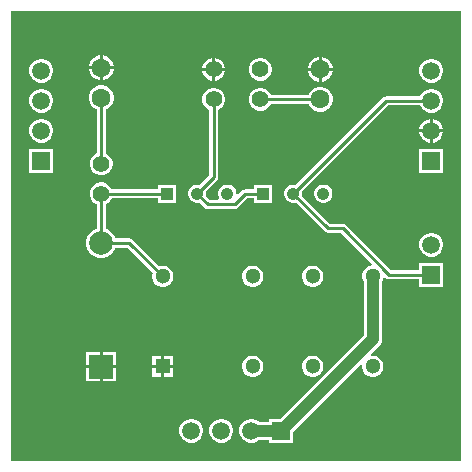
<source format=gtl>
G04*
G04 #@! TF.GenerationSoftware,Altium Limited,Altium Designer,21.6.1 (37)*
G04*
G04 Layer_Physical_Order=1*
G04 Layer_Color=255*
%FSLAX25Y25*%
%MOIN*%
G70*
G04*
G04 #@! TF.SameCoordinates,52FEF336-61EC-4A20-BBB9-21C97B9F3EC8*
G04*
G04*
G04 #@! TF.FilePolarity,Positive*
G04*
G01*
G75*
%ADD10C,0.01000*%
%ADD19C,0.05118*%
%ADD20R,0.05118X0.05118*%
%ADD26C,0.04000*%
%ADD27C,0.05512*%
%ADD28C,0.06299*%
%ADD29C,0.05906*%
%ADD30R,0.05906X0.05906*%
%ADD31C,0.04134*%
%ADD32R,0.04134X0.04134*%
%ADD33R,0.05906X0.05906*%
%ADD34R,0.07874X0.07874*%
%ADD35C,0.07874*%
G36*
X150000D02*
X0D01*
Y150000D01*
X150000D01*
Y0D01*
D02*
G37*
%LPC*%
G36*
X30546Y135150D02*
X30500D01*
Y131500D01*
X34150D01*
Y131546D01*
X33867Y132602D01*
X33321Y133548D01*
X32548Y134320D01*
X31602Y134867D01*
X30546Y135150D01*
D02*
G37*
G36*
X29500D02*
X29454D01*
X28398Y134867D01*
X27452Y134320D01*
X26680Y133548D01*
X26133Y132602D01*
X25850Y131546D01*
Y131500D01*
X29500D01*
Y135150D01*
D02*
G37*
G36*
X103546Y134650D02*
X103500D01*
Y131000D01*
X107150D01*
Y131046D01*
X106867Y132102D01*
X106321Y133048D01*
X105548Y133820D01*
X104602Y134367D01*
X103546Y134650D01*
D02*
G37*
G36*
X68000Y134254D02*
Y131000D01*
X71254D01*
X71000Y131950D01*
X70505Y132806D01*
X69806Y133505D01*
X68950Y134000D01*
X68000Y134254D01*
D02*
G37*
G36*
X67000D02*
X66050Y134000D01*
X65194Y133505D01*
X64495Y132806D01*
X64000Y131950D01*
X63746Y131000D01*
X67000D01*
Y134254D01*
D02*
G37*
G36*
X102500Y134650D02*
X102454D01*
X101398Y134367D01*
X100452Y133820D01*
X99679Y133048D01*
X99133Y132102D01*
X98850Y131046D01*
Y131000D01*
X102500D01*
Y134650D01*
D02*
G37*
G36*
X34150Y130500D02*
X30500D01*
Y126850D01*
X30546D01*
X31602Y127133D01*
X32548Y127680D01*
X33321Y128452D01*
X33867Y129398D01*
X34150Y130454D01*
Y130500D01*
D02*
G37*
G36*
X29500D02*
X25850D01*
Y130454D01*
X26133Y129398D01*
X26680Y128452D01*
X27452Y127680D01*
X28398Y127133D01*
X29454Y126850D01*
X29500D01*
Y130500D01*
D02*
G37*
G36*
X71254Y130000D02*
X68000D01*
Y126746D01*
X68950Y127000D01*
X69806Y127495D01*
X70505Y128194D01*
X71000Y129050D01*
X71254Y130000D01*
D02*
G37*
G36*
X67000D02*
X63746D01*
X64000Y129050D01*
X64495Y128194D01*
X65194Y127495D01*
X66050Y127000D01*
X67000Y126746D01*
Y130000D01*
D02*
G37*
G36*
X83495Y134256D02*
X82506D01*
X81550Y134000D01*
X80694Y133505D01*
X79994Y132806D01*
X79500Y131950D01*
X79244Y130994D01*
Y130006D01*
X79500Y129050D01*
X79994Y128194D01*
X80694Y127495D01*
X81550Y127000D01*
X82506Y126744D01*
X83495D01*
X84450Y127000D01*
X85306Y127495D01*
X86006Y128194D01*
X86500Y129050D01*
X86756Y130006D01*
Y130994D01*
X86500Y131950D01*
X86006Y132806D01*
X85306Y133505D01*
X84450Y134000D01*
X83495Y134256D01*
D02*
G37*
G36*
X107150Y130000D02*
X103500D01*
Y126350D01*
X103546D01*
X104602Y126633D01*
X105548Y127180D01*
X106321Y127952D01*
X106867Y128898D01*
X107150Y129954D01*
Y130000D01*
D02*
G37*
G36*
X102500D02*
X98850D01*
Y129954D01*
X99133Y128898D01*
X99679Y127952D01*
X100452Y127180D01*
X101398Y126633D01*
X102454Y126350D01*
X102500D01*
Y130000D01*
D02*
G37*
G36*
X140520Y133953D02*
X139480D01*
X138474Y133683D01*
X137573Y133163D01*
X136837Y132427D01*
X136317Y131526D01*
X136047Y130520D01*
Y129480D01*
X136317Y128474D01*
X136837Y127573D01*
X137573Y126837D01*
X138474Y126317D01*
X139480Y126047D01*
X140520D01*
X141526Y126317D01*
X142427Y126837D01*
X143163Y127573D01*
X143683Y128474D01*
X143953Y129480D01*
Y130520D01*
X143683Y131526D01*
X143163Y132427D01*
X142427Y133163D01*
X141526Y133683D01*
X140520Y133953D01*
D02*
G37*
G36*
X10520D02*
X9480D01*
X8474Y133683D01*
X7573Y133163D01*
X6837Y132427D01*
X6317Y131526D01*
X6047Y130520D01*
Y129480D01*
X6317Y128474D01*
X6837Y127573D01*
X7573Y126837D01*
X8474Y126317D01*
X9480Y126047D01*
X10520D01*
X11526Y126317D01*
X12427Y126837D01*
X13163Y127573D01*
X13683Y128474D01*
X13953Y129480D01*
Y130520D01*
X13683Y131526D01*
X13163Y132427D01*
X12427Y133163D01*
X11526Y133683D01*
X10520Y133953D01*
D02*
G37*
G36*
X103546Y124650D02*
X102454D01*
X101398Y124367D01*
X100452Y123820D01*
X99679Y123048D01*
X99133Y122102D01*
X99114Y122029D01*
X86454D01*
X86006Y122806D01*
X85306Y123505D01*
X84450Y124000D01*
X83495Y124256D01*
X82506D01*
X81550Y124000D01*
X80694Y123505D01*
X79994Y122806D01*
X79500Y121950D01*
X79244Y120994D01*
Y120006D01*
X79500Y119050D01*
X79994Y118194D01*
X80694Y117494D01*
X81550Y117000D01*
X82506Y116744D01*
X83495D01*
X84450Y117000D01*
X85306Y117494D01*
X86006Y118194D01*
X86454Y118971D01*
X99114D01*
X99133Y118898D01*
X99679Y117952D01*
X100452Y117180D01*
X101398Y116633D01*
X102454Y116350D01*
X103546D01*
X104602Y116633D01*
X105548Y117180D01*
X106321Y117952D01*
X106867Y118898D01*
X107150Y119954D01*
Y121046D01*
X106867Y122102D01*
X106321Y123048D01*
X105548Y123820D01*
X104602Y124367D01*
X103546Y124650D01*
D02*
G37*
G36*
X140520Y123953D02*
X139480D01*
X138474Y123683D01*
X137573Y123163D01*
X136837Y122427D01*
X136319Y121529D01*
X125000D01*
X124415Y121413D01*
X123919Y121081D01*
X94798Y91961D01*
X94404Y92067D01*
X93596D01*
X92816Y91858D01*
X92117Y91454D01*
X91546Y90883D01*
X91142Y90184D01*
X90933Y89404D01*
Y88596D01*
X91142Y87816D01*
X91546Y87117D01*
X92117Y86546D01*
X92816Y86142D01*
X93596Y85933D01*
X94404D01*
X94798Y86039D01*
X104419Y76419D01*
X104915Y76087D01*
X105500Y75971D01*
X109822D01*
X120272Y65521D01*
X120080Y65059D01*
X120031D01*
X119126Y64816D01*
X118315Y64348D01*
X117652Y63685D01*
X117183Y62874D01*
X116941Y61969D01*
Y61031D01*
X117183Y60126D01*
X117474Y59623D01*
Y41753D01*
X89674Y13953D01*
X86047D01*
Y13026D01*
X82564D01*
X82427Y13163D01*
X81526Y13683D01*
X80520Y13953D01*
X79480D01*
X78474Y13683D01*
X77573Y13163D01*
X76837Y12427D01*
X76317Y11526D01*
X76047Y10520D01*
Y9480D01*
X76317Y8474D01*
X76837Y7573D01*
X77573Y6837D01*
X78474Y6317D01*
X79480Y6047D01*
X80520D01*
X81526Y6317D01*
X82427Y6837D01*
X82564Y6974D01*
X86047D01*
Y6047D01*
X93953D01*
Y9674D01*
X116488Y32208D01*
X116907Y31986D01*
X116941Y31955D01*
Y31031D01*
X117183Y30126D01*
X117652Y29315D01*
X118315Y28652D01*
X119126Y28183D01*
X120031Y27941D01*
X120969D01*
X121874Y28183D01*
X122685Y28652D01*
X123348Y29315D01*
X123817Y30126D01*
X124059Y31031D01*
Y31969D01*
X123817Y32874D01*
X123348Y33685D01*
X122685Y34348D01*
X121874Y34817D01*
X120969Y35059D01*
X120045D01*
X120014Y35092D01*
X119792Y35513D01*
X122640Y38360D01*
X122640Y38360D01*
X123120Y38987D01*
X123423Y39717D01*
X123526Y40500D01*
Y59623D01*
X123817Y60126D01*
X124059Y61031D01*
Y61080D01*
X124521Y61272D01*
X124874Y60919D01*
X125370Y60587D01*
X125956Y60471D01*
X136047D01*
Y58047D01*
X143953D01*
Y65953D01*
X136047D01*
Y63529D01*
X126589D01*
X111537Y78581D01*
X111041Y78913D01*
X110456Y79029D01*
X106133D01*
X96961Y88202D01*
X97067Y88596D01*
Y89404D01*
X96961Y89798D01*
X125634Y118471D01*
X136319D01*
X136837Y117573D01*
X137573Y116837D01*
X138474Y116317D01*
X139480Y116047D01*
X140520D01*
X141526Y116317D01*
X142427Y116837D01*
X143163Y117573D01*
X143683Y118474D01*
X143953Y119480D01*
Y120520D01*
X143683Y121526D01*
X143163Y122427D01*
X142427Y123163D01*
X141526Y123683D01*
X140520Y123953D01*
D02*
G37*
G36*
X10520D02*
X9480D01*
X8474Y123683D01*
X7573Y123163D01*
X6837Y122427D01*
X6317Y121526D01*
X6047Y120520D01*
Y119480D01*
X6317Y118474D01*
X6837Y117573D01*
X7573Y116837D01*
X8474Y116317D01*
X9480Y116047D01*
X10520D01*
X11526Y116317D01*
X12427Y116837D01*
X13163Y117573D01*
X13683Y118474D01*
X13953Y119480D01*
Y120520D01*
X13683Y121526D01*
X13163Y122427D01*
X12427Y123163D01*
X11526Y123683D01*
X10520Y123953D01*
D02*
G37*
G36*
X140520Y113953D02*
X140500D01*
Y110500D01*
X143953D01*
Y110520D01*
X143683Y111526D01*
X143163Y112427D01*
X142427Y113163D01*
X141526Y113683D01*
X140520Y113953D01*
D02*
G37*
G36*
X139500D02*
X139480D01*
X138474Y113683D01*
X137573Y113163D01*
X136837Y112427D01*
X136317Y111526D01*
X136047Y110520D01*
Y110500D01*
X139500D01*
Y113953D01*
D02*
G37*
G36*
X143953Y109500D02*
X140500D01*
Y106047D01*
X140520D01*
X141526Y106317D01*
X142427Y106837D01*
X143163Y107573D01*
X143683Y108474D01*
X143953Y109480D01*
Y109500D01*
D02*
G37*
G36*
X139500D02*
X136047D01*
Y109480D01*
X136317Y108474D01*
X136837Y107573D01*
X137573Y106837D01*
X138474Y106317D01*
X139480Y106047D01*
X139500D01*
Y109500D01*
D02*
G37*
G36*
X10520Y113953D02*
X9480D01*
X8474Y113683D01*
X7573Y113163D01*
X6837Y112427D01*
X6317Y111526D01*
X6047Y110520D01*
Y109480D01*
X6317Y108474D01*
X6837Y107573D01*
X7573Y106837D01*
X8474Y106317D01*
X9480Y106047D01*
X10520D01*
X11526Y106317D01*
X12427Y106837D01*
X13163Y107573D01*
X13683Y108474D01*
X13953Y109480D01*
Y110520D01*
X13683Y111526D01*
X13163Y112427D01*
X12427Y113163D01*
X11526Y113683D01*
X10520Y113953D01*
D02*
G37*
G36*
X143953Y103953D02*
X136047D01*
Y96047D01*
X143953D01*
Y103953D01*
D02*
G37*
G36*
X13953D02*
X6047D01*
Y96047D01*
X13953D01*
Y103953D01*
D02*
G37*
G36*
X30546Y125150D02*
X29454D01*
X28398Y124867D01*
X27452Y124320D01*
X26680Y123548D01*
X26133Y122602D01*
X25850Y121546D01*
Y120454D01*
X26133Y119398D01*
X26680Y118452D01*
X27452Y117680D01*
X28398Y117133D01*
X28471Y117114D01*
Y102454D01*
X27694Y102006D01*
X26994Y101306D01*
X26500Y100450D01*
X26244Y99494D01*
Y98506D01*
X26500Y97550D01*
X26994Y96694D01*
X27694Y95995D01*
X28550Y95500D01*
X29506Y95244D01*
X30494D01*
X31450Y95500D01*
X32306Y95995D01*
X33005Y96694D01*
X33500Y97550D01*
X33756Y98506D01*
Y99494D01*
X33500Y100450D01*
X33005Y101306D01*
X32306Y102006D01*
X31529Y102454D01*
Y117114D01*
X31602Y117133D01*
X32548Y117680D01*
X33321Y118452D01*
X33867Y119398D01*
X34150Y120454D01*
Y121546D01*
X33867Y122602D01*
X33321Y123548D01*
X32548Y124320D01*
X31602Y124867D01*
X30546Y125150D01*
D02*
G37*
G36*
X67994Y124256D02*
X67005D01*
X66050Y124000D01*
X65194Y123505D01*
X64495Y122806D01*
X64000Y121950D01*
X63744Y120994D01*
Y120006D01*
X64000Y119050D01*
X64495Y118194D01*
X65194Y117494D01*
X65971Y117046D01*
Y95178D01*
X62763Y91971D01*
X62404Y92067D01*
X61596D01*
X60816Y91858D01*
X60117Y91454D01*
X59546Y90883D01*
X59142Y90184D01*
X58933Y89404D01*
Y88596D01*
X59142Y87816D01*
X59546Y87117D01*
X60117Y86546D01*
X60816Y86142D01*
X61596Y85933D01*
X62404D01*
X62798Y86039D01*
X64486Y84352D01*
X64982Y84020D01*
X65567Y83904D01*
X74433D01*
X75018Y84020D01*
X75515Y84352D01*
X78633Y87471D01*
X80933D01*
Y85933D01*
X87067D01*
Y92067D01*
X80933D01*
Y90529D01*
X78000D01*
X77415Y90413D01*
X76919Y90081D01*
X75567Y88730D01*
X75067Y88937D01*
Y89404D01*
X74858Y90184D01*
X74454Y90883D01*
X73883Y91454D01*
X73184Y91858D01*
X72404Y92067D01*
X71596D01*
X70816Y91858D01*
X70117Y91454D01*
X69546Y90883D01*
X69142Y90184D01*
X68933Y89404D01*
Y88596D01*
X69142Y87816D01*
X69346Y87463D01*
X69058Y86962D01*
X66200D01*
X64961Y88202D01*
X65067Y88596D01*
Y89404D01*
X64952Y89833D01*
X68581Y93463D01*
X68913Y93959D01*
X69029Y94544D01*
Y117046D01*
X69806Y117494D01*
X70505Y118194D01*
X71000Y119050D01*
X71256Y120006D01*
Y120994D01*
X71000Y121950D01*
X70505Y122806D01*
X69806Y123505D01*
X68950Y124000D01*
X67994Y124256D01*
D02*
G37*
G36*
X104404Y92067D02*
X103596D01*
X102816Y91858D01*
X102117Y91454D01*
X101546Y90883D01*
X101142Y90184D01*
X100933Y89404D01*
Y88596D01*
X101142Y87816D01*
X101546Y87117D01*
X102117Y86546D01*
X102816Y86142D01*
X103596Y85933D01*
X104404D01*
X105184Y86142D01*
X105883Y86546D01*
X106454Y87117D01*
X106858Y87816D01*
X107067Y88596D01*
Y89404D01*
X106858Y90184D01*
X106454Y90883D01*
X105883Y91454D01*
X105184Y91858D01*
X104404Y92067D01*
D02*
G37*
G36*
X30494Y92756D02*
X29506D01*
X28550Y92500D01*
X27694Y92005D01*
X26994Y91306D01*
X26500Y90450D01*
X26244Y89495D01*
Y88506D01*
X26500Y87550D01*
X26994Y86694D01*
X27694Y85994D01*
X28471Y85546D01*
Y77292D01*
X28094Y77191D01*
X26969Y76541D01*
X26049Y75622D01*
X25399Y74496D01*
X25063Y73241D01*
Y71941D01*
X25399Y70685D01*
X26049Y69559D01*
X26969Y68640D01*
X28094Y67990D01*
X29350Y67654D01*
X30650D01*
X31906Y67990D01*
X33031Y68640D01*
X33951Y69559D01*
X34601Y70685D01*
X34701Y71061D01*
X38776D01*
X47137Y62700D01*
X46941Y61969D01*
Y61031D01*
X47183Y60126D01*
X47652Y59315D01*
X48315Y58652D01*
X49126Y58183D01*
X50031Y57941D01*
X50969D01*
X51874Y58183D01*
X52685Y58652D01*
X53348Y59315D01*
X53816Y60126D01*
X54059Y61031D01*
Y61969D01*
X53816Y62874D01*
X53348Y63685D01*
X52685Y64348D01*
X51874Y64816D01*
X50969Y65059D01*
X50031D01*
X49300Y64863D01*
X40491Y73672D01*
X39995Y74003D01*
X39409Y74120D01*
X34701D01*
X34601Y74496D01*
X33951Y75622D01*
X33031Y76541D01*
X31906Y77191D01*
X31529Y77292D01*
Y85546D01*
X32306Y85994D01*
X33005Y86694D01*
X33454Y87471D01*
X48933D01*
Y85933D01*
X55067D01*
Y92067D01*
X48933D01*
Y90529D01*
X33454D01*
X33005Y91306D01*
X32306Y92005D01*
X31450Y92500D01*
X30494Y92756D01*
D02*
G37*
G36*
X140520Y75953D02*
X139480D01*
X138474Y75683D01*
X137573Y75163D01*
X136837Y74427D01*
X136317Y73526D01*
X136047Y72520D01*
Y71480D01*
X136317Y70474D01*
X136837Y69573D01*
X137573Y68837D01*
X138474Y68317D01*
X139480Y68047D01*
X140520D01*
X141526Y68317D01*
X142427Y68837D01*
X143163Y69573D01*
X143683Y70474D01*
X143953Y71480D01*
Y72520D01*
X143683Y73526D01*
X143163Y74427D01*
X142427Y75163D01*
X141526Y75683D01*
X140520Y75953D01*
D02*
G37*
G36*
X100969Y65059D02*
X100031D01*
X99126Y64816D01*
X98315Y64348D01*
X97652Y63685D01*
X97184Y62874D01*
X96941Y61969D01*
Y61031D01*
X97184Y60126D01*
X97652Y59315D01*
X98315Y58652D01*
X99126Y58183D01*
X100031Y57941D01*
X100969D01*
X101874Y58183D01*
X102685Y58652D01*
X103348Y59315D01*
X103816Y60126D01*
X104059Y61031D01*
Y61969D01*
X103816Y62874D01*
X103348Y63685D01*
X102685Y64348D01*
X101874Y64816D01*
X100969Y65059D01*
D02*
G37*
G36*
X80969D02*
X80031D01*
X79126Y64816D01*
X78315Y64348D01*
X77652Y63685D01*
X77184Y62874D01*
X76941Y61969D01*
Y61031D01*
X77184Y60126D01*
X77652Y59315D01*
X78315Y58652D01*
X79126Y58183D01*
X80031Y57941D01*
X80969D01*
X81874Y58183D01*
X82685Y58652D01*
X83348Y59315D01*
X83816Y60126D01*
X84059Y61031D01*
Y61969D01*
X83816Y62874D01*
X83348Y63685D01*
X82685Y64348D01*
X81874Y64816D01*
X80969Y65059D01*
D02*
G37*
G36*
X54059Y35059D02*
X51000D01*
Y32000D01*
X54059D01*
Y35059D01*
D02*
G37*
G36*
X50000D02*
X46941D01*
Y32000D01*
X50000D01*
Y35059D01*
D02*
G37*
G36*
X34937Y36347D02*
X30500D01*
Y31909D01*
X34937D01*
Y36347D01*
D02*
G37*
G36*
X29500D02*
X25063D01*
Y31909D01*
X29500D01*
Y36347D01*
D02*
G37*
G36*
X100969Y35059D02*
X100031D01*
X99126Y34817D01*
X98315Y34348D01*
X97652Y33685D01*
X97184Y32874D01*
X96941Y31969D01*
Y31031D01*
X97184Y30126D01*
X97652Y29315D01*
X98315Y28652D01*
X99126Y28183D01*
X100031Y27941D01*
X100969D01*
X101874Y28183D01*
X102685Y28652D01*
X103348Y29315D01*
X103816Y30126D01*
X104059Y31031D01*
Y31969D01*
X103816Y32874D01*
X103348Y33685D01*
X102685Y34348D01*
X101874Y34817D01*
X100969Y35059D01*
D02*
G37*
G36*
X80969D02*
X80031D01*
X79126Y34817D01*
X78315Y34348D01*
X77652Y33685D01*
X77184Y32874D01*
X76941Y31969D01*
Y31031D01*
X77184Y30126D01*
X77652Y29315D01*
X78315Y28652D01*
X79126Y28183D01*
X80031Y27941D01*
X80969D01*
X81874Y28183D01*
X82685Y28652D01*
X83348Y29315D01*
X83816Y30126D01*
X84059Y31031D01*
Y31969D01*
X83816Y32874D01*
X83348Y33685D01*
X82685Y34348D01*
X81874Y34817D01*
X80969Y35059D01*
D02*
G37*
G36*
X54059Y31000D02*
X51000D01*
Y27941D01*
X54059D01*
Y31000D01*
D02*
G37*
G36*
X50000D02*
X46941D01*
Y27941D01*
X50000D01*
Y31000D01*
D02*
G37*
G36*
X34937Y30909D02*
X30500D01*
Y26472D01*
X34937D01*
Y30909D01*
D02*
G37*
G36*
X29500D02*
X25063D01*
Y26472D01*
X29500D01*
Y30909D01*
D02*
G37*
G36*
X70520Y13953D02*
X69480D01*
X68474Y13683D01*
X67573Y13163D01*
X66837Y12427D01*
X66317Y11526D01*
X66047Y10520D01*
Y9480D01*
X66317Y8474D01*
X66837Y7573D01*
X67573Y6837D01*
X68474Y6317D01*
X69480Y6047D01*
X70520D01*
X71526Y6317D01*
X72427Y6837D01*
X73163Y7573D01*
X73683Y8474D01*
X73953Y9480D01*
Y10520D01*
X73683Y11526D01*
X73163Y12427D01*
X72427Y13163D01*
X71526Y13683D01*
X70520Y13953D01*
D02*
G37*
G36*
X60520D02*
X59480D01*
X58474Y13683D01*
X57573Y13163D01*
X56837Y12427D01*
X56317Y11526D01*
X56047Y10520D01*
Y9480D01*
X56317Y8474D01*
X56837Y7573D01*
X57573Y6837D01*
X58474Y6317D01*
X59480Y6047D01*
X60520D01*
X61526Y6317D01*
X62427Y6837D01*
X63163Y7573D01*
X63683Y8474D01*
X63953Y9480D01*
Y10520D01*
X63683Y11526D01*
X63163Y12427D01*
X62427Y13163D01*
X61526Y13683D01*
X60520Y13953D01*
D02*
G37*
%LPD*%
D10*
X67500Y94544D02*
Y120500D01*
X30000Y72591D02*
Y89000D01*
X94000D02*
X105500Y77500D01*
X110456D01*
X125956Y62000D01*
X65567Y85433D02*
X74433D01*
X62000Y89000D02*
X65567Y85433D01*
X74433D02*
X78000Y89000D01*
X84000D01*
X94000D02*
X125000Y120000D01*
X140000D01*
X125956Y62000D02*
X140000D01*
X30000Y89000D02*
X52000D01*
X39409Y72591D02*
X50500Y61500D01*
X30000Y72591D02*
X39409D01*
X62000Y89044D02*
X67500Y94544D01*
X62000Y89000D02*
Y89044D01*
X30000Y99000D02*
Y121000D01*
X83000Y120500D02*
X103000D01*
D19*
X120500Y61500D02*
D03*
Y31500D02*
D03*
X100500Y61500D02*
D03*
Y31500D02*
D03*
X80500Y61500D02*
D03*
Y31500D02*
D03*
X50500Y61500D02*
D03*
D20*
Y31500D02*
D03*
D26*
X120500Y40500D02*
Y61500D01*
X80000Y10000D02*
X90000D01*
X120500Y40500D01*
D27*
X83000Y120500D02*
D03*
Y130500D02*
D03*
X67500Y120500D02*
D03*
Y130500D02*
D03*
X30000Y99000D02*
D03*
Y89000D02*
D03*
D28*
X103000Y130500D02*
D03*
Y120500D02*
D03*
X30000Y131000D02*
D03*
Y121000D02*
D03*
D29*
X10000Y130000D02*
D03*
Y120000D02*
D03*
Y110000D02*
D03*
X140000Y130000D02*
D03*
Y120000D02*
D03*
Y110000D02*
D03*
Y72000D02*
D03*
X80000Y10000D02*
D03*
X70000D02*
D03*
X60000D02*
D03*
D30*
X10000Y100000D02*
D03*
X140000D02*
D03*
Y62000D02*
D03*
D31*
X104000Y89000D02*
D03*
X94000D02*
D03*
X72000D02*
D03*
X62000D02*
D03*
D32*
X84000D02*
D03*
X52000D02*
D03*
D33*
X90000Y10000D02*
D03*
D34*
X30000Y31409D02*
D03*
D35*
Y72591D02*
D03*
M02*

</source>
